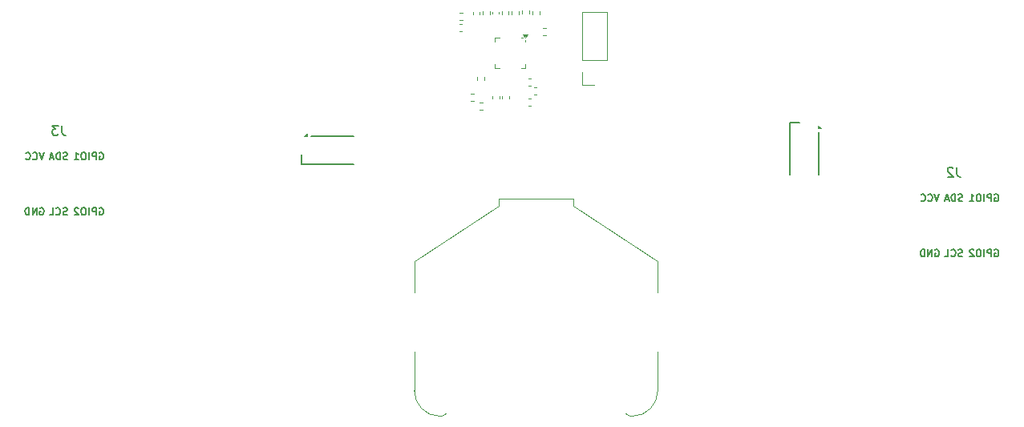
<source format=gbr>
%TF.GenerationSoftware,KiCad,Pcbnew,8.0.8*%
%TF.CreationDate,2025-02-04T02:19:44-06:00*%
%TF.ProjectId,B-Sides 2025,422d5369-6465-4732-9032-3032352e6b69,rev?*%
%TF.SameCoordinates,Original*%
%TF.FileFunction,Legend,Bot*%
%TF.FilePolarity,Positive*%
%FSLAX46Y46*%
G04 Gerber Fmt 4.6, Leading zero omitted, Abs format (unit mm)*
G04 Created by KiCad (PCBNEW 8.0.8) date 2025-02-04 02:19:44*
%MOMM*%
%LPD*%
G01*
G04 APERTURE LIST*
%ADD10C,0.150000*%
%ADD11C,0.120000*%
G04 APERTURE END LIST*
D10*
X206343333Y-90094819D02*
X206343333Y-90809104D01*
X206343333Y-90809104D02*
X206390952Y-90951961D01*
X206390952Y-90951961D02*
X206486190Y-91047200D01*
X206486190Y-91047200D02*
X206629047Y-91094819D01*
X206629047Y-91094819D02*
X206724285Y-91094819D01*
X205914761Y-90190057D02*
X205867142Y-90142438D01*
X205867142Y-90142438D02*
X205771904Y-90094819D01*
X205771904Y-90094819D02*
X205533809Y-90094819D01*
X205533809Y-90094819D02*
X205438571Y-90142438D01*
X205438571Y-90142438D02*
X205390952Y-90190057D01*
X205390952Y-90190057D02*
X205343333Y-90285295D01*
X205343333Y-90285295D02*
X205343333Y-90380533D01*
X205343333Y-90380533D02*
X205390952Y-90523390D01*
X205390952Y-90523390D02*
X205962380Y-91094819D01*
X205962380Y-91094819D02*
X205343333Y-91094819D01*
X204041428Y-98812878D02*
X204112857Y-98777164D01*
X204112857Y-98777164D02*
X204219999Y-98777164D01*
X204219999Y-98777164D02*
X204327142Y-98812878D01*
X204327142Y-98812878D02*
X204398571Y-98884307D01*
X204398571Y-98884307D02*
X204434285Y-98955735D01*
X204434285Y-98955735D02*
X204469999Y-99098592D01*
X204469999Y-99098592D02*
X204469999Y-99205735D01*
X204469999Y-99205735D02*
X204434285Y-99348592D01*
X204434285Y-99348592D02*
X204398571Y-99420021D01*
X204398571Y-99420021D02*
X204327142Y-99491450D01*
X204327142Y-99491450D02*
X204219999Y-99527164D01*
X204219999Y-99527164D02*
X204148571Y-99527164D01*
X204148571Y-99527164D02*
X204041428Y-99491450D01*
X204041428Y-99491450D02*
X204005714Y-99455735D01*
X204005714Y-99455735D02*
X204005714Y-99205735D01*
X204005714Y-99205735D02*
X204148571Y-99205735D01*
X203684285Y-99527164D02*
X203684285Y-98777164D01*
X203684285Y-98777164D02*
X203255714Y-99527164D01*
X203255714Y-99527164D02*
X203255714Y-98777164D01*
X202898571Y-99527164D02*
X202898571Y-98777164D01*
X202898571Y-98777164D02*
X202720000Y-98777164D01*
X202720000Y-98777164D02*
X202612857Y-98812878D01*
X202612857Y-98812878D02*
X202541428Y-98884307D01*
X202541428Y-98884307D02*
X202505714Y-98955735D01*
X202505714Y-98955735D02*
X202470000Y-99098592D01*
X202470000Y-99098592D02*
X202470000Y-99205735D01*
X202470000Y-99205735D02*
X202505714Y-99348592D01*
X202505714Y-99348592D02*
X202541428Y-99420021D01*
X202541428Y-99420021D02*
X202612857Y-99491450D01*
X202612857Y-99491450D02*
X202720000Y-99527164D01*
X202720000Y-99527164D02*
X202898571Y-99527164D01*
X206902856Y-99491450D02*
X206795714Y-99527164D01*
X206795714Y-99527164D02*
X206617142Y-99527164D01*
X206617142Y-99527164D02*
X206545714Y-99491450D01*
X206545714Y-99491450D02*
X206509999Y-99455735D01*
X206509999Y-99455735D02*
X206474285Y-99384307D01*
X206474285Y-99384307D02*
X206474285Y-99312878D01*
X206474285Y-99312878D02*
X206509999Y-99241450D01*
X206509999Y-99241450D02*
X206545714Y-99205735D01*
X206545714Y-99205735D02*
X206617142Y-99170021D01*
X206617142Y-99170021D02*
X206759999Y-99134307D01*
X206759999Y-99134307D02*
X206831428Y-99098592D01*
X206831428Y-99098592D02*
X206867142Y-99062878D01*
X206867142Y-99062878D02*
X206902856Y-98991450D01*
X206902856Y-98991450D02*
X206902856Y-98920021D01*
X206902856Y-98920021D02*
X206867142Y-98848592D01*
X206867142Y-98848592D02*
X206831428Y-98812878D01*
X206831428Y-98812878D02*
X206759999Y-98777164D01*
X206759999Y-98777164D02*
X206581428Y-98777164D01*
X206581428Y-98777164D02*
X206474285Y-98812878D01*
X205724285Y-99455735D02*
X205759999Y-99491450D01*
X205759999Y-99491450D02*
X205867142Y-99527164D01*
X205867142Y-99527164D02*
X205938570Y-99527164D01*
X205938570Y-99527164D02*
X206045713Y-99491450D01*
X206045713Y-99491450D02*
X206117142Y-99420021D01*
X206117142Y-99420021D02*
X206152856Y-99348592D01*
X206152856Y-99348592D02*
X206188570Y-99205735D01*
X206188570Y-99205735D02*
X206188570Y-99098592D01*
X206188570Y-99098592D02*
X206152856Y-98955735D01*
X206152856Y-98955735D02*
X206117142Y-98884307D01*
X206117142Y-98884307D02*
X206045713Y-98812878D01*
X206045713Y-98812878D02*
X205938570Y-98777164D01*
X205938570Y-98777164D02*
X205867142Y-98777164D01*
X205867142Y-98777164D02*
X205759999Y-98812878D01*
X205759999Y-98812878D02*
X205724285Y-98848592D01*
X205045713Y-99527164D02*
X205402856Y-99527164D01*
X205402856Y-99527164D02*
X205402856Y-98777164D01*
X210317142Y-92970878D02*
X210388571Y-92935164D01*
X210388571Y-92935164D02*
X210495713Y-92935164D01*
X210495713Y-92935164D02*
X210602856Y-92970878D01*
X210602856Y-92970878D02*
X210674285Y-93042307D01*
X210674285Y-93042307D02*
X210709999Y-93113735D01*
X210709999Y-93113735D02*
X210745713Y-93256592D01*
X210745713Y-93256592D02*
X210745713Y-93363735D01*
X210745713Y-93363735D02*
X210709999Y-93506592D01*
X210709999Y-93506592D02*
X210674285Y-93578021D01*
X210674285Y-93578021D02*
X210602856Y-93649450D01*
X210602856Y-93649450D02*
X210495713Y-93685164D01*
X210495713Y-93685164D02*
X210424285Y-93685164D01*
X210424285Y-93685164D02*
X210317142Y-93649450D01*
X210317142Y-93649450D02*
X210281428Y-93613735D01*
X210281428Y-93613735D02*
X210281428Y-93363735D01*
X210281428Y-93363735D02*
X210424285Y-93363735D01*
X209959999Y-93685164D02*
X209959999Y-92935164D01*
X209959999Y-92935164D02*
X209674285Y-92935164D01*
X209674285Y-92935164D02*
X209602856Y-92970878D01*
X209602856Y-92970878D02*
X209567142Y-93006592D01*
X209567142Y-93006592D02*
X209531428Y-93078021D01*
X209531428Y-93078021D02*
X209531428Y-93185164D01*
X209531428Y-93185164D02*
X209567142Y-93256592D01*
X209567142Y-93256592D02*
X209602856Y-93292307D01*
X209602856Y-93292307D02*
X209674285Y-93328021D01*
X209674285Y-93328021D02*
X209959999Y-93328021D01*
X209209999Y-93685164D02*
X209209999Y-92935164D01*
X208709999Y-92935164D02*
X208567142Y-92935164D01*
X208567142Y-92935164D02*
X208495713Y-92970878D01*
X208495713Y-92970878D02*
X208424285Y-93042307D01*
X208424285Y-93042307D02*
X208388570Y-93185164D01*
X208388570Y-93185164D02*
X208388570Y-93435164D01*
X208388570Y-93435164D02*
X208424285Y-93578021D01*
X208424285Y-93578021D02*
X208495713Y-93649450D01*
X208495713Y-93649450D02*
X208567142Y-93685164D01*
X208567142Y-93685164D02*
X208709999Y-93685164D01*
X208709999Y-93685164D02*
X208781428Y-93649450D01*
X208781428Y-93649450D02*
X208852856Y-93578021D01*
X208852856Y-93578021D02*
X208888570Y-93435164D01*
X208888570Y-93435164D02*
X208888570Y-93185164D01*
X208888570Y-93185164D02*
X208852856Y-93042307D01*
X208852856Y-93042307D02*
X208781428Y-92970878D01*
X208781428Y-92970878D02*
X208709999Y-92935164D01*
X207674285Y-93685164D02*
X208102856Y-93685164D01*
X207888571Y-93685164D02*
X207888571Y-92935164D01*
X207888571Y-92935164D02*
X207959999Y-93042307D01*
X207959999Y-93042307D02*
X208031428Y-93113735D01*
X208031428Y-93113735D02*
X208102856Y-93149450D01*
X210317142Y-98812878D02*
X210388571Y-98777164D01*
X210388571Y-98777164D02*
X210495713Y-98777164D01*
X210495713Y-98777164D02*
X210602856Y-98812878D01*
X210602856Y-98812878D02*
X210674285Y-98884307D01*
X210674285Y-98884307D02*
X210709999Y-98955735D01*
X210709999Y-98955735D02*
X210745713Y-99098592D01*
X210745713Y-99098592D02*
X210745713Y-99205735D01*
X210745713Y-99205735D02*
X210709999Y-99348592D01*
X210709999Y-99348592D02*
X210674285Y-99420021D01*
X210674285Y-99420021D02*
X210602856Y-99491450D01*
X210602856Y-99491450D02*
X210495713Y-99527164D01*
X210495713Y-99527164D02*
X210424285Y-99527164D01*
X210424285Y-99527164D02*
X210317142Y-99491450D01*
X210317142Y-99491450D02*
X210281428Y-99455735D01*
X210281428Y-99455735D02*
X210281428Y-99205735D01*
X210281428Y-99205735D02*
X210424285Y-99205735D01*
X209959999Y-99527164D02*
X209959999Y-98777164D01*
X209959999Y-98777164D02*
X209674285Y-98777164D01*
X209674285Y-98777164D02*
X209602856Y-98812878D01*
X209602856Y-98812878D02*
X209567142Y-98848592D01*
X209567142Y-98848592D02*
X209531428Y-98920021D01*
X209531428Y-98920021D02*
X209531428Y-99027164D01*
X209531428Y-99027164D02*
X209567142Y-99098592D01*
X209567142Y-99098592D02*
X209602856Y-99134307D01*
X209602856Y-99134307D02*
X209674285Y-99170021D01*
X209674285Y-99170021D02*
X209959999Y-99170021D01*
X209209999Y-99527164D02*
X209209999Y-98777164D01*
X208709999Y-98777164D02*
X208567142Y-98777164D01*
X208567142Y-98777164D02*
X208495713Y-98812878D01*
X208495713Y-98812878D02*
X208424285Y-98884307D01*
X208424285Y-98884307D02*
X208388570Y-99027164D01*
X208388570Y-99027164D02*
X208388570Y-99277164D01*
X208388570Y-99277164D02*
X208424285Y-99420021D01*
X208424285Y-99420021D02*
X208495713Y-99491450D01*
X208495713Y-99491450D02*
X208567142Y-99527164D01*
X208567142Y-99527164D02*
X208709999Y-99527164D01*
X208709999Y-99527164D02*
X208781428Y-99491450D01*
X208781428Y-99491450D02*
X208852856Y-99420021D01*
X208852856Y-99420021D02*
X208888570Y-99277164D01*
X208888570Y-99277164D02*
X208888570Y-99027164D01*
X208888570Y-99027164D02*
X208852856Y-98884307D01*
X208852856Y-98884307D02*
X208781428Y-98812878D01*
X208781428Y-98812878D02*
X208709999Y-98777164D01*
X208102856Y-98848592D02*
X208067142Y-98812878D01*
X208067142Y-98812878D02*
X207995714Y-98777164D01*
X207995714Y-98777164D02*
X207817142Y-98777164D01*
X207817142Y-98777164D02*
X207745714Y-98812878D01*
X207745714Y-98812878D02*
X207709999Y-98848592D01*
X207709999Y-98848592D02*
X207674285Y-98920021D01*
X207674285Y-98920021D02*
X207674285Y-98991450D01*
X207674285Y-98991450D02*
X207709999Y-99098592D01*
X207709999Y-99098592D02*
X208138571Y-99527164D01*
X208138571Y-99527164D02*
X207674285Y-99527164D01*
X204469999Y-92935164D02*
X204219999Y-93685164D01*
X204219999Y-93685164D02*
X203969999Y-92935164D01*
X203291428Y-93613735D02*
X203327142Y-93649450D01*
X203327142Y-93649450D02*
X203434285Y-93685164D01*
X203434285Y-93685164D02*
X203505713Y-93685164D01*
X203505713Y-93685164D02*
X203612856Y-93649450D01*
X203612856Y-93649450D02*
X203684285Y-93578021D01*
X203684285Y-93578021D02*
X203719999Y-93506592D01*
X203719999Y-93506592D02*
X203755713Y-93363735D01*
X203755713Y-93363735D02*
X203755713Y-93256592D01*
X203755713Y-93256592D02*
X203719999Y-93113735D01*
X203719999Y-93113735D02*
X203684285Y-93042307D01*
X203684285Y-93042307D02*
X203612856Y-92970878D01*
X203612856Y-92970878D02*
X203505713Y-92935164D01*
X203505713Y-92935164D02*
X203434285Y-92935164D01*
X203434285Y-92935164D02*
X203327142Y-92970878D01*
X203327142Y-92970878D02*
X203291428Y-93006592D01*
X202541428Y-93613735D02*
X202577142Y-93649450D01*
X202577142Y-93649450D02*
X202684285Y-93685164D01*
X202684285Y-93685164D02*
X202755713Y-93685164D01*
X202755713Y-93685164D02*
X202862856Y-93649450D01*
X202862856Y-93649450D02*
X202934285Y-93578021D01*
X202934285Y-93578021D02*
X202969999Y-93506592D01*
X202969999Y-93506592D02*
X203005713Y-93363735D01*
X203005713Y-93363735D02*
X203005713Y-93256592D01*
X203005713Y-93256592D02*
X202969999Y-93113735D01*
X202969999Y-93113735D02*
X202934285Y-93042307D01*
X202934285Y-93042307D02*
X202862856Y-92970878D01*
X202862856Y-92970878D02*
X202755713Y-92935164D01*
X202755713Y-92935164D02*
X202684285Y-92935164D01*
X202684285Y-92935164D02*
X202577142Y-92970878D01*
X202577142Y-92970878D02*
X202541428Y-93006592D01*
X206920713Y-93649450D02*
X206813571Y-93685164D01*
X206813571Y-93685164D02*
X206634999Y-93685164D01*
X206634999Y-93685164D02*
X206563571Y-93649450D01*
X206563571Y-93649450D02*
X206527856Y-93613735D01*
X206527856Y-93613735D02*
X206492142Y-93542307D01*
X206492142Y-93542307D02*
X206492142Y-93470878D01*
X206492142Y-93470878D02*
X206527856Y-93399450D01*
X206527856Y-93399450D02*
X206563571Y-93363735D01*
X206563571Y-93363735D02*
X206634999Y-93328021D01*
X206634999Y-93328021D02*
X206777856Y-93292307D01*
X206777856Y-93292307D02*
X206849285Y-93256592D01*
X206849285Y-93256592D02*
X206884999Y-93220878D01*
X206884999Y-93220878D02*
X206920713Y-93149450D01*
X206920713Y-93149450D02*
X206920713Y-93078021D01*
X206920713Y-93078021D02*
X206884999Y-93006592D01*
X206884999Y-93006592D02*
X206849285Y-92970878D01*
X206849285Y-92970878D02*
X206777856Y-92935164D01*
X206777856Y-92935164D02*
X206599285Y-92935164D01*
X206599285Y-92935164D02*
X206492142Y-92970878D01*
X206170713Y-93685164D02*
X206170713Y-92935164D01*
X206170713Y-92935164D02*
X205992142Y-92935164D01*
X205992142Y-92935164D02*
X205884999Y-92970878D01*
X205884999Y-92970878D02*
X205813570Y-93042307D01*
X205813570Y-93042307D02*
X205777856Y-93113735D01*
X205777856Y-93113735D02*
X205742142Y-93256592D01*
X205742142Y-93256592D02*
X205742142Y-93363735D01*
X205742142Y-93363735D02*
X205777856Y-93506592D01*
X205777856Y-93506592D02*
X205813570Y-93578021D01*
X205813570Y-93578021D02*
X205884999Y-93649450D01*
X205884999Y-93649450D02*
X205992142Y-93685164D01*
X205992142Y-93685164D02*
X206170713Y-93685164D01*
X205456427Y-93470878D02*
X205099285Y-93470878D01*
X205527856Y-93685164D02*
X205277856Y-92935164D01*
X205277856Y-92935164D02*
X205027856Y-93685164D01*
X111823333Y-85694819D02*
X111823333Y-86409104D01*
X111823333Y-86409104D02*
X111870952Y-86551961D01*
X111870952Y-86551961D02*
X111966190Y-86647200D01*
X111966190Y-86647200D02*
X112109047Y-86694819D01*
X112109047Y-86694819D02*
X112204285Y-86694819D01*
X111442380Y-85694819D02*
X110823333Y-85694819D01*
X110823333Y-85694819D02*
X111156666Y-86075771D01*
X111156666Y-86075771D02*
X111013809Y-86075771D01*
X111013809Y-86075771D02*
X110918571Y-86123390D01*
X110918571Y-86123390D02*
X110870952Y-86171009D01*
X110870952Y-86171009D02*
X110823333Y-86266247D01*
X110823333Y-86266247D02*
X110823333Y-86504342D01*
X110823333Y-86504342D02*
X110870952Y-86599580D01*
X110870952Y-86599580D02*
X110918571Y-86647200D01*
X110918571Y-86647200D02*
X111013809Y-86694819D01*
X111013809Y-86694819D02*
X111299523Y-86694819D01*
X111299523Y-86694819D02*
X111394761Y-86647200D01*
X111394761Y-86647200D02*
X111442380Y-86599580D01*
X112400713Y-89249450D02*
X112293571Y-89285164D01*
X112293571Y-89285164D02*
X112114999Y-89285164D01*
X112114999Y-89285164D02*
X112043571Y-89249450D01*
X112043571Y-89249450D02*
X112007856Y-89213735D01*
X112007856Y-89213735D02*
X111972142Y-89142307D01*
X111972142Y-89142307D02*
X111972142Y-89070878D01*
X111972142Y-89070878D02*
X112007856Y-88999450D01*
X112007856Y-88999450D02*
X112043571Y-88963735D01*
X112043571Y-88963735D02*
X112114999Y-88928021D01*
X112114999Y-88928021D02*
X112257856Y-88892307D01*
X112257856Y-88892307D02*
X112329285Y-88856592D01*
X112329285Y-88856592D02*
X112364999Y-88820878D01*
X112364999Y-88820878D02*
X112400713Y-88749450D01*
X112400713Y-88749450D02*
X112400713Y-88678021D01*
X112400713Y-88678021D02*
X112364999Y-88606592D01*
X112364999Y-88606592D02*
X112329285Y-88570878D01*
X112329285Y-88570878D02*
X112257856Y-88535164D01*
X112257856Y-88535164D02*
X112079285Y-88535164D01*
X112079285Y-88535164D02*
X111972142Y-88570878D01*
X111650713Y-89285164D02*
X111650713Y-88535164D01*
X111650713Y-88535164D02*
X111472142Y-88535164D01*
X111472142Y-88535164D02*
X111364999Y-88570878D01*
X111364999Y-88570878D02*
X111293570Y-88642307D01*
X111293570Y-88642307D02*
X111257856Y-88713735D01*
X111257856Y-88713735D02*
X111222142Y-88856592D01*
X111222142Y-88856592D02*
X111222142Y-88963735D01*
X111222142Y-88963735D02*
X111257856Y-89106592D01*
X111257856Y-89106592D02*
X111293570Y-89178021D01*
X111293570Y-89178021D02*
X111364999Y-89249450D01*
X111364999Y-89249450D02*
X111472142Y-89285164D01*
X111472142Y-89285164D02*
X111650713Y-89285164D01*
X110936427Y-89070878D02*
X110579285Y-89070878D01*
X111007856Y-89285164D02*
X110757856Y-88535164D01*
X110757856Y-88535164D02*
X110507856Y-89285164D01*
X109521428Y-94412878D02*
X109592857Y-94377164D01*
X109592857Y-94377164D02*
X109699999Y-94377164D01*
X109699999Y-94377164D02*
X109807142Y-94412878D01*
X109807142Y-94412878D02*
X109878571Y-94484307D01*
X109878571Y-94484307D02*
X109914285Y-94555735D01*
X109914285Y-94555735D02*
X109949999Y-94698592D01*
X109949999Y-94698592D02*
X109949999Y-94805735D01*
X109949999Y-94805735D02*
X109914285Y-94948592D01*
X109914285Y-94948592D02*
X109878571Y-95020021D01*
X109878571Y-95020021D02*
X109807142Y-95091450D01*
X109807142Y-95091450D02*
X109699999Y-95127164D01*
X109699999Y-95127164D02*
X109628571Y-95127164D01*
X109628571Y-95127164D02*
X109521428Y-95091450D01*
X109521428Y-95091450D02*
X109485714Y-95055735D01*
X109485714Y-95055735D02*
X109485714Y-94805735D01*
X109485714Y-94805735D02*
X109628571Y-94805735D01*
X109164285Y-95127164D02*
X109164285Y-94377164D01*
X109164285Y-94377164D02*
X108735714Y-95127164D01*
X108735714Y-95127164D02*
X108735714Y-94377164D01*
X108378571Y-95127164D02*
X108378571Y-94377164D01*
X108378571Y-94377164D02*
X108200000Y-94377164D01*
X108200000Y-94377164D02*
X108092857Y-94412878D01*
X108092857Y-94412878D02*
X108021428Y-94484307D01*
X108021428Y-94484307D02*
X107985714Y-94555735D01*
X107985714Y-94555735D02*
X107950000Y-94698592D01*
X107950000Y-94698592D02*
X107950000Y-94805735D01*
X107950000Y-94805735D02*
X107985714Y-94948592D01*
X107985714Y-94948592D02*
X108021428Y-95020021D01*
X108021428Y-95020021D02*
X108092857Y-95091450D01*
X108092857Y-95091450D02*
X108200000Y-95127164D01*
X108200000Y-95127164D02*
X108378571Y-95127164D01*
X112382856Y-95091450D02*
X112275714Y-95127164D01*
X112275714Y-95127164D02*
X112097142Y-95127164D01*
X112097142Y-95127164D02*
X112025714Y-95091450D01*
X112025714Y-95091450D02*
X111989999Y-95055735D01*
X111989999Y-95055735D02*
X111954285Y-94984307D01*
X111954285Y-94984307D02*
X111954285Y-94912878D01*
X111954285Y-94912878D02*
X111989999Y-94841450D01*
X111989999Y-94841450D02*
X112025714Y-94805735D01*
X112025714Y-94805735D02*
X112097142Y-94770021D01*
X112097142Y-94770021D02*
X112239999Y-94734307D01*
X112239999Y-94734307D02*
X112311428Y-94698592D01*
X112311428Y-94698592D02*
X112347142Y-94662878D01*
X112347142Y-94662878D02*
X112382856Y-94591450D01*
X112382856Y-94591450D02*
X112382856Y-94520021D01*
X112382856Y-94520021D02*
X112347142Y-94448592D01*
X112347142Y-94448592D02*
X112311428Y-94412878D01*
X112311428Y-94412878D02*
X112239999Y-94377164D01*
X112239999Y-94377164D02*
X112061428Y-94377164D01*
X112061428Y-94377164D02*
X111954285Y-94412878D01*
X111204285Y-95055735D02*
X111239999Y-95091450D01*
X111239999Y-95091450D02*
X111347142Y-95127164D01*
X111347142Y-95127164D02*
X111418570Y-95127164D01*
X111418570Y-95127164D02*
X111525713Y-95091450D01*
X111525713Y-95091450D02*
X111597142Y-95020021D01*
X111597142Y-95020021D02*
X111632856Y-94948592D01*
X111632856Y-94948592D02*
X111668570Y-94805735D01*
X111668570Y-94805735D02*
X111668570Y-94698592D01*
X111668570Y-94698592D02*
X111632856Y-94555735D01*
X111632856Y-94555735D02*
X111597142Y-94484307D01*
X111597142Y-94484307D02*
X111525713Y-94412878D01*
X111525713Y-94412878D02*
X111418570Y-94377164D01*
X111418570Y-94377164D02*
X111347142Y-94377164D01*
X111347142Y-94377164D02*
X111239999Y-94412878D01*
X111239999Y-94412878D02*
X111204285Y-94448592D01*
X110525713Y-95127164D02*
X110882856Y-95127164D01*
X110882856Y-95127164D02*
X110882856Y-94377164D01*
X109949999Y-88535164D02*
X109699999Y-89285164D01*
X109699999Y-89285164D02*
X109449999Y-88535164D01*
X108771428Y-89213735D02*
X108807142Y-89249450D01*
X108807142Y-89249450D02*
X108914285Y-89285164D01*
X108914285Y-89285164D02*
X108985713Y-89285164D01*
X108985713Y-89285164D02*
X109092856Y-89249450D01*
X109092856Y-89249450D02*
X109164285Y-89178021D01*
X109164285Y-89178021D02*
X109199999Y-89106592D01*
X109199999Y-89106592D02*
X109235713Y-88963735D01*
X109235713Y-88963735D02*
X109235713Y-88856592D01*
X109235713Y-88856592D02*
X109199999Y-88713735D01*
X109199999Y-88713735D02*
X109164285Y-88642307D01*
X109164285Y-88642307D02*
X109092856Y-88570878D01*
X109092856Y-88570878D02*
X108985713Y-88535164D01*
X108985713Y-88535164D02*
X108914285Y-88535164D01*
X108914285Y-88535164D02*
X108807142Y-88570878D01*
X108807142Y-88570878D02*
X108771428Y-88606592D01*
X108021428Y-89213735D02*
X108057142Y-89249450D01*
X108057142Y-89249450D02*
X108164285Y-89285164D01*
X108164285Y-89285164D02*
X108235713Y-89285164D01*
X108235713Y-89285164D02*
X108342856Y-89249450D01*
X108342856Y-89249450D02*
X108414285Y-89178021D01*
X108414285Y-89178021D02*
X108449999Y-89106592D01*
X108449999Y-89106592D02*
X108485713Y-88963735D01*
X108485713Y-88963735D02*
X108485713Y-88856592D01*
X108485713Y-88856592D02*
X108449999Y-88713735D01*
X108449999Y-88713735D02*
X108414285Y-88642307D01*
X108414285Y-88642307D02*
X108342856Y-88570878D01*
X108342856Y-88570878D02*
X108235713Y-88535164D01*
X108235713Y-88535164D02*
X108164285Y-88535164D01*
X108164285Y-88535164D02*
X108057142Y-88570878D01*
X108057142Y-88570878D02*
X108021428Y-88606592D01*
X115797142Y-88570878D02*
X115868571Y-88535164D01*
X115868571Y-88535164D02*
X115975713Y-88535164D01*
X115975713Y-88535164D02*
X116082856Y-88570878D01*
X116082856Y-88570878D02*
X116154285Y-88642307D01*
X116154285Y-88642307D02*
X116189999Y-88713735D01*
X116189999Y-88713735D02*
X116225713Y-88856592D01*
X116225713Y-88856592D02*
X116225713Y-88963735D01*
X116225713Y-88963735D02*
X116189999Y-89106592D01*
X116189999Y-89106592D02*
X116154285Y-89178021D01*
X116154285Y-89178021D02*
X116082856Y-89249450D01*
X116082856Y-89249450D02*
X115975713Y-89285164D01*
X115975713Y-89285164D02*
X115904285Y-89285164D01*
X115904285Y-89285164D02*
X115797142Y-89249450D01*
X115797142Y-89249450D02*
X115761428Y-89213735D01*
X115761428Y-89213735D02*
X115761428Y-88963735D01*
X115761428Y-88963735D02*
X115904285Y-88963735D01*
X115439999Y-89285164D02*
X115439999Y-88535164D01*
X115439999Y-88535164D02*
X115154285Y-88535164D01*
X115154285Y-88535164D02*
X115082856Y-88570878D01*
X115082856Y-88570878D02*
X115047142Y-88606592D01*
X115047142Y-88606592D02*
X115011428Y-88678021D01*
X115011428Y-88678021D02*
X115011428Y-88785164D01*
X115011428Y-88785164D02*
X115047142Y-88856592D01*
X115047142Y-88856592D02*
X115082856Y-88892307D01*
X115082856Y-88892307D02*
X115154285Y-88928021D01*
X115154285Y-88928021D02*
X115439999Y-88928021D01*
X114689999Y-89285164D02*
X114689999Y-88535164D01*
X114189999Y-88535164D02*
X114047142Y-88535164D01*
X114047142Y-88535164D02*
X113975713Y-88570878D01*
X113975713Y-88570878D02*
X113904285Y-88642307D01*
X113904285Y-88642307D02*
X113868570Y-88785164D01*
X113868570Y-88785164D02*
X113868570Y-89035164D01*
X113868570Y-89035164D02*
X113904285Y-89178021D01*
X113904285Y-89178021D02*
X113975713Y-89249450D01*
X113975713Y-89249450D02*
X114047142Y-89285164D01*
X114047142Y-89285164D02*
X114189999Y-89285164D01*
X114189999Y-89285164D02*
X114261428Y-89249450D01*
X114261428Y-89249450D02*
X114332856Y-89178021D01*
X114332856Y-89178021D02*
X114368570Y-89035164D01*
X114368570Y-89035164D02*
X114368570Y-88785164D01*
X114368570Y-88785164D02*
X114332856Y-88642307D01*
X114332856Y-88642307D02*
X114261428Y-88570878D01*
X114261428Y-88570878D02*
X114189999Y-88535164D01*
X113154285Y-89285164D02*
X113582856Y-89285164D01*
X113368571Y-89285164D02*
X113368571Y-88535164D01*
X113368571Y-88535164D02*
X113439999Y-88642307D01*
X113439999Y-88642307D02*
X113511428Y-88713735D01*
X113511428Y-88713735D02*
X113582856Y-88749450D01*
X115797142Y-94412878D02*
X115868571Y-94377164D01*
X115868571Y-94377164D02*
X115975713Y-94377164D01*
X115975713Y-94377164D02*
X116082856Y-94412878D01*
X116082856Y-94412878D02*
X116154285Y-94484307D01*
X116154285Y-94484307D02*
X116189999Y-94555735D01*
X116189999Y-94555735D02*
X116225713Y-94698592D01*
X116225713Y-94698592D02*
X116225713Y-94805735D01*
X116225713Y-94805735D02*
X116189999Y-94948592D01*
X116189999Y-94948592D02*
X116154285Y-95020021D01*
X116154285Y-95020021D02*
X116082856Y-95091450D01*
X116082856Y-95091450D02*
X115975713Y-95127164D01*
X115975713Y-95127164D02*
X115904285Y-95127164D01*
X115904285Y-95127164D02*
X115797142Y-95091450D01*
X115797142Y-95091450D02*
X115761428Y-95055735D01*
X115761428Y-95055735D02*
X115761428Y-94805735D01*
X115761428Y-94805735D02*
X115904285Y-94805735D01*
X115439999Y-95127164D02*
X115439999Y-94377164D01*
X115439999Y-94377164D02*
X115154285Y-94377164D01*
X115154285Y-94377164D02*
X115082856Y-94412878D01*
X115082856Y-94412878D02*
X115047142Y-94448592D01*
X115047142Y-94448592D02*
X115011428Y-94520021D01*
X115011428Y-94520021D02*
X115011428Y-94627164D01*
X115011428Y-94627164D02*
X115047142Y-94698592D01*
X115047142Y-94698592D02*
X115082856Y-94734307D01*
X115082856Y-94734307D02*
X115154285Y-94770021D01*
X115154285Y-94770021D02*
X115439999Y-94770021D01*
X114689999Y-95127164D02*
X114689999Y-94377164D01*
X114189999Y-94377164D02*
X114047142Y-94377164D01*
X114047142Y-94377164D02*
X113975713Y-94412878D01*
X113975713Y-94412878D02*
X113904285Y-94484307D01*
X113904285Y-94484307D02*
X113868570Y-94627164D01*
X113868570Y-94627164D02*
X113868570Y-94877164D01*
X113868570Y-94877164D02*
X113904285Y-95020021D01*
X113904285Y-95020021D02*
X113975713Y-95091450D01*
X113975713Y-95091450D02*
X114047142Y-95127164D01*
X114047142Y-95127164D02*
X114189999Y-95127164D01*
X114189999Y-95127164D02*
X114261428Y-95091450D01*
X114261428Y-95091450D02*
X114332856Y-95020021D01*
X114332856Y-95020021D02*
X114368570Y-94877164D01*
X114368570Y-94877164D02*
X114368570Y-94627164D01*
X114368570Y-94627164D02*
X114332856Y-94484307D01*
X114332856Y-94484307D02*
X114261428Y-94412878D01*
X114261428Y-94412878D02*
X114189999Y-94377164D01*
X113582856Y-94448592D02*
X113547142Y-94412878D01*
X113547142Y-94412878D02*
X113475714Y-94377164D01*
X113475714Y-94377164D02*
X113297142Y-94377164D01*
X113297142Y-94377164D02*
X113225714Y-94412878D01*
X113225714Y-94412878D02*
X113189999Y-94448592D01*
X113189999Y-94448592D02*
X113154285Y-94520021D01*
X113154285Y-94520021D02*
X113154285Y-94591450D01*
X113154285Y-94591450D02*
X113189999Y-94698592D01*
X113189999Y-94698592D02*
X113618571Y-95127164D01*
X113618571Y-95127164D02*
X113154285Y-95127164D01*
D11*
%TO.C,R14*%
X158040000Y-82556359D02*
X158040000Y-82863641D01*
X157280000Y-82556359D02*
X157280000Y-82863641D01*
%TO.C,R9*%
X159050000Y-82556359D02*
X159050000Y-82863641D01*
X158290000Y-82556359D02*
X158290000Y-82863641D01*
%TO.C,R13*%
X155016359Y-82290000D02*
X155323641Y-82290000D01*
X155016359Y-83050000D02*
X155323641Y-83050000D01*
%TO.C,R12*%
X153836359Y-73810000D02*
X154143641Y-73810000D01*
X153836359Y-74570000D02*
X154143641Y-74570000D01*
%TO.C,R11*%
X156990000Y-73923641D02*
X156990000Y-73616359D01*
X156230000Y-73923641D02*
X156230000Y-73616359D01*
%TO.C,R10*%
X155926359Y-83250000D02*
X156233641Y-83250000D01*
X155926359Y-84010000D02*
X156233641Y-84010000D01*
%TO.C,R8*%
X158260000Y-73616359D02*
X158260000Y-73923641D01*
X159020000Y-73616359D02*
X159020000Y-73923641D01*
%TO.C,R7*%
X159300000Y-73606359D02*
X159300000Y-73913641D01*
X160060000Y-73606359D02*
X160060000Y-73913641D01*
%TO.C,R6*%
X154083641Y-75700000D02*
X153776359Y-75700000D01*
X154083641Y-74940000D02*
X153776359Y-74940000D01*
%TO.C,R5*%
X161540000Y-73616359D02*
X161540000Y-73923641D01*
X162300000Y-73616359D02*
X162300000Y-73923641D01*
%TO.C,R4*%
X162953641Y-76120000D02*
X162646359Y-76120000D01*
X162953641Y-75360000D02*
X162646359Y-75360000D01*
%TO.C,R3*%
X156420000Y-80556359D02*
X156420000Y-80863641D01*
X155660000Y-80556359D02*
X155660000Y-80863641D01*
%TO.C,R2*%
X160390000Y-73556359D02*
X160390000Y-73863641D01*
X161150000Y-73556359D02*
X161150000Y-73863641D01*
%TO.C,R1*%
X161056359Y-83570000D02*
X161363641Y-83570000D01*
X161056359Y-82810000D02*
X161363641Y-82810000D01*
%TO.C,C4*%
X161092164Y-80720000D02*
X161307836Y-80720000D01*
X161092164Y-81440000D02*
X161307836Y-81440000D01*
%TO.C,C3*%
X157250000Y-73662164D02*
X157250000Y-73877836D01*
X157970000Y-73662164D02*
X157970000Y-73877836D01*
%TO.C,C2*%
X155970000Y-73692164D02*
X155970000Y-73907836D01*
X155250000Y-73692164D02*
X155250000Y-73907836D01*
%TO.C,C1*%
X161712164Y-81660000D02*
X161927836Y-81660000D01*
X161712164Y-82380000D02*
X161927836Y-82380000D01*
D10*
%TO.C,Q1*%
X191724953Y-86423032D02*
X191724953Y-90913032D01*
X188724953Y-85413032D02*
X189724953Y-85413032D01*
X188724953Y-85413032D02*
X188724953Y-90913032D01*
D11*
X191974953Y-85973032D02*
X191694953Y-85973032D01*
X191694953Y-85693032D01*
X191974953Y-85973032D01*
G36*
X191974953Y-85973032D02*
G01*
X191694953Y-85973032D01*
X191694953Y-85693032D01*
X191974953Y-85973032D01*
G37*
D10*
%TO.C,Q2*%
X138160000Y-86800000D02*
X142650000Y-86800000D01*
X137150000Y-89800000D02*
X137150000Y-88800000D01*
X137150000Y-89800000D02*
X142650000Y-89800000D01*
D11*
X137710000Y-86830000D02*
X137430000Y-86830000D01*
X137710000Y-86550000D01*
X137710000Y-86830000D01*
G36*
X137710000Y-86830000D02*
G01*
X137430000Y-86830000D01*
X137710000Y-86550000D01*
X137710000Y-86830000D01*
G37*
%TO.C,BT1*%
X149050000Y-100065000D02*
X157950000Y-94215000D01*
X149050000Y-103365000D02*
X149050000Y-100065000D01*
X149050000Y-113765000D02*
X149050000Y-109565000D01*
X157950000Y-93415000D02*
X165850000Y-93415000D01*
X157950000Y-94215000D02*
X157950000Y-93415000D01*
X165850000Y-94215000D02*
X165850000Y-93415000D01*
X174750000Y-100065000D02*
X165850000Y-94215000D01*
X174750000Y-103365000D02*
X174750000Y-100065000D01*
X174750000Y-113765000D02*
X174750000Y-109565000D01*
X151750000Y-116415000D02*
G75*
G02*
X149050000Y-113715000I0J2700000D01*
G01*
X152421751Y-116136751D02*
G75*
G02*
X151750000Y-116414999I-671751J671751D01*
G01*
X172050000Y-116415000D02*
G75*
G02*
X171378249Y-116136751I2J950003D01*
G01*
X174750000Y-113715000D02*
G75*
G02*
X172050000Y-116415000I-2700001J1D01*
G01*
%TO.C,U2*%
X160780000Y-76390000D02*
X160540000Y-76060000D01*
X161020000Y-76060000D01*
X160780000Y-76390000D01*
G36*
X160780000Y-76390000D02*
G01*
X160540000Y-76060000D01*
X161020000Y-76060000D01*
X160780000Y-76390000D01*
G37*
X160780000Y-79610000D02*
X160330000Y-79610000D01*
X160780000Y-79160000D02*
X160780000Y-79610000D01*
X160780000Y-76630000D02*
X160780000Y-76840000D01*
X160480000Y-76390000D02*
X160330000Y-76390000D01*
X157560000Y-79610000D02*
X158010000Y-79610000D01*
X157560000Y-79160000D02*
X157560000Y-79610000D01*
X157560000Y-76840000D02*
X157560000Y-76390000D01*
X157560000Y-76390000D02*
X158010000Y-76390000D01*
%TO.C,J1*%
X166750000Y-73670000D02*
X166750000Y-78810000D01*
X166750000Y-81410000D02*
X166750000Y-80080000D01*
X168080000Y-81410000D02*
X166750000Y-81410000D01*
X169410000Y-73670000D02*
X166750000Y-73670000D01*
X169410000Y-73670000D02*
X169410000Y-78810000D01*
X169410000Y-78810000D02*
X166750000Y-78810000D01*
%TD*%
M02*

</source>
